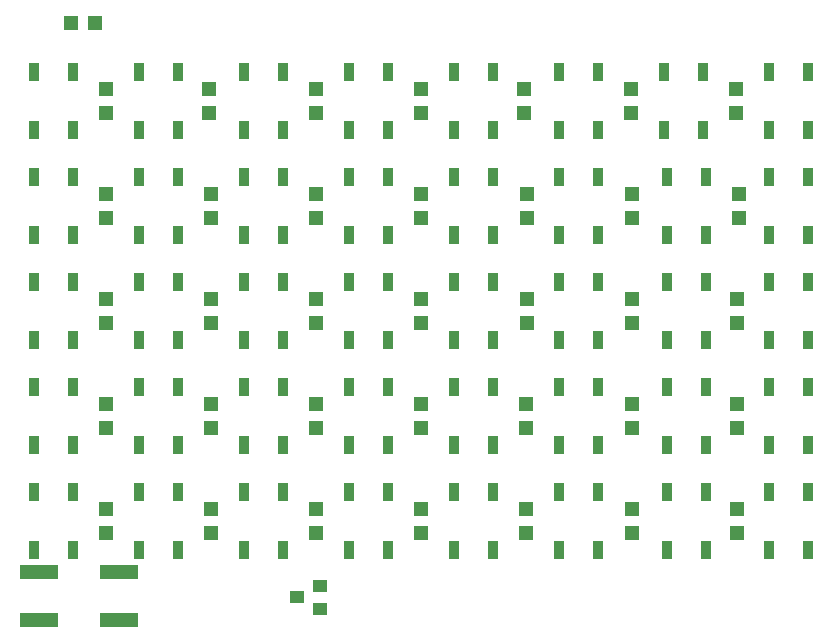
<source format=gbr>
G04 EAGLE Gerber RS-274X export*
G75*
%MOMM*%
%FSLAX34Y34*%
%LPD*%
%INSolderpaste Top*%
%IPPOS*%
%AMOC8*
5,1,8,0,0,1.08239X$1,22.5*%
G01*
%ADD10R,0.900000X1.500000*%
%ADD11R,1.300000X1.200000*%
%ADD12R,3.200000X1.200000*%
%ADD13R,1.270000X1.000000*%
%ADD14R,1.200000X1.300000*%


D10*
X16520Y425080D03*
X49520Y425080D03*
X16520Y474080D03*
X49520Y474080D03*
X105420Y425080D03*
X138420Y425080D03*
X105420Y474080D03*
X138420Y474080D03*
X194320Y425080D03*
X227320Y425080D03*
X194320Y474080D03*
X227320Y474080D03*
X283220Y425080D03*
X316220Y425080D03*
X283220Y474080D03*
X316220Y474080D03*
X372120Y425080D03*
X405120Y425080D03*
X372120Y474080D03*
X405120Y474080D03*
X461020Y425080D03*
X494020Y425080D03*
X461020Y474080D03*
X494020Y474080D03*
X549920Y425080D03*
X582920Y425080D03*
X549920Y474080D03*
X582920Y474080D03*
X638820Y425080D03*
X671820Y425080D03*
X638820Y474080D03*
X671820Y474080D03*
D11*
X165100Y439420D03*
X165100Y459740D03*
X255270Y439420D03*
X255270Y459740D03*
X344170Y439420D03*
X344170Y459740D03*
X431800Y439420D03*
X431800Y459740D03*
X521970Y439420D03*
X521970Y459740D03*
X610870Y439420D03*
X610870Y459740D03*
X77470Y439420D03*
X77470Y459740D03*
D10*
X16520Y336180D03*
X49520Y336180D03*
X16520Y385180D03*
X49520Y385180D03*
X105420Y336180D03*
X138420Y336180D03*
X105420Y385180D03*
X138420Y385180D03*
X194320Y336180D03*
X227320Y336180D03*
X194320Y385180D03*
X227320Y385180D03*
X283220Y336180D03*
X316220Y336180D03*
X283220Y385180D03*
X316220Y385180D03*
X372120Y336180D03*
X405120Y336180D03*
X372120Y385180D03*
X405120Y385180D03*
X461020Y336180D03*
X494020Y336180D03*
X461020Y385180D03*
X494020Y385180D03*
X552460Y336180D03*
X585460Y336180D03*
X552460Y385180D03*
X585460Y385180D03*
X638820Y336180D03*
X671820Y336180D03*
X638820Y385180D03*
X671820Y385180D03*
D11*
X523240Y350520D03*
X523240Y370840D03*
X613410Y350520D03*
X613410Y370840D03*
X77470Y350520D03*
X77470Y370840D03*
X434340Y350520D03*
X434340Y370840D03*
X166370Y350520D03*
X166370Y370840D03*
X255270Y350520D03*
X255270Y370840D03*
X344170Y350520D03*
X344170Y370840D03*
D10*
X16520Y247280D03*
X49520Y247280D03*
X16520Y296280D03*
X49520Y296280D03*
X105420Y247280D03*
X138420Y247280D03*
X105420Y296280D03*
X138420Y296280D03*
X194320Y247280D03*
X227320Y247280D03*
X194320Y296280D03*
X227320Y296280D03*
X283220Y247280D03*
X316220Y247280D03*
X283220Y296280D03*
X316220Y296280D03*
X372120Y247280D03*
X405120Y247280D03*
X372120Y296280D03*
X405120Y296280D03*
X461020Y247280D03*
X494020Y247280D03*
X461020Y296280D03*
X494020Y296280D03*
X552460Y247280D03*
X585460Y247280D03*
X552460Y296280D03*
X585460Y296280D03*
X638820Y247280D03*
X671820Y247280D03*
X638820Y296280D03*
X671820Y296280D03*
D11*
X166370Y261620D03*
X166370Y281940D03*
X77470Y261620D03*
X77470Y281940D03*
X255270Y261620D03*
X255270Y281940D03*
X612140Y261620D03*
X612140Y281940D03*
X344170Y261620D03*
X344170Y281940D03*
X523240Y261620D03*
X523240Y281940D03*
X434340Y261620D03*
X434340Y281940D03*
D10*
X16520Y158380D03*
X49520Y158380D03*
X16520Y207380D03*
X49520Y207380D03*
X105420Y158380D03*
X138420Y158380D03*
X105420Y207380D03*
X138420Y207380D03*
X194320Y158380D03*
X227320Y158380D03*
X194320Y207380D03*
X227320Y207380D03*
X283220Y158380D03*
X316220Y158380D03*
X283220Y207380D03*
X316220Y207380D03*
X372120Y158380D03*
X405120Y158380D03*
X372120Y207380D03*
X405120Y207380D03*
X461020Y158380D03*
X494020Y158380D03*
X461020Y207380D03*
X494020Y207380D03*
X552460Y158380D03*
X585460Y158380D03*
X552460Y207380D03*
X585460Y207380D03*
X638820Y158380D03*
X671820Y158380D03*
X638820Y207380D03*
X671820Y207380D03*
D11*
X344170Y172720D03*
X344170Y193040D03*
X77470Y172720D03*
X77470Y193040D03*
X166370Y172720D03*
X166370Y193040D03*
X255270Y172720D03*
X255270Y193040D03*
X433070Y172720D03*
X433070Y193040D03*
X523240Y172720D03*
X523240Y193040D03*
X612140Y172720D03*
X612140Y193040D03*
D10*
X16520Y69480D03*
X49520Y69480D03*
X16520Y118480D03*
X49520Y118480D03*
X105420Y69480D03*
X138420Y69480D03*
X105420Y118480D03*
X138420Y118480D03*
X194320Y69480D03*
X227320Y69480D03*
X194320Y118480D03*
X227320Y118480D03*
X283220Y69480D03*
X316220Y69480D03*
X283220Y118480D03*
X316220Y118480D03*
X372120Y69480D03*
X405120Y69480D03*
X372120Y118480D03*
X405120Y118480D03*
X461020Y69480D03*
X494020Y69480D03*
X461020Y118480D03*
X494020Y118480D03*
X552460Y69480D03*
X585460Y69480D03*
X552460Y118480D03*
X585460Y118480D03*
X638820Y69480D03*
X671820Y69480D03*
X638820Y118480D03*
X671820Y118480D03*
D11*
X523240Y83820D03*
X523240Y104140D03*
X77470Y83820D03*
X77470Y104140D03*
X166370Y83820D03*
X166370Y104140D03*
X255270Y83820D03*
X255270Y104140D03*
X344170Y83820D03*
X344170Y104140D03*
X433070Y83820D03*
X433070Y104140D03*
X612140Y83820D03*
X612140Y104140D03*
D12*
X88610Y10480D03*
X20610Y10480D03*
X20610Y50480D03*
X88610Y50480D03*
D13*
X238920Y29210D03*
X258920Y38710D03*
X258920Y19710D03*
D14*
X48260Y515620D03*
X68580Y515620D03*
M02*

</source>
